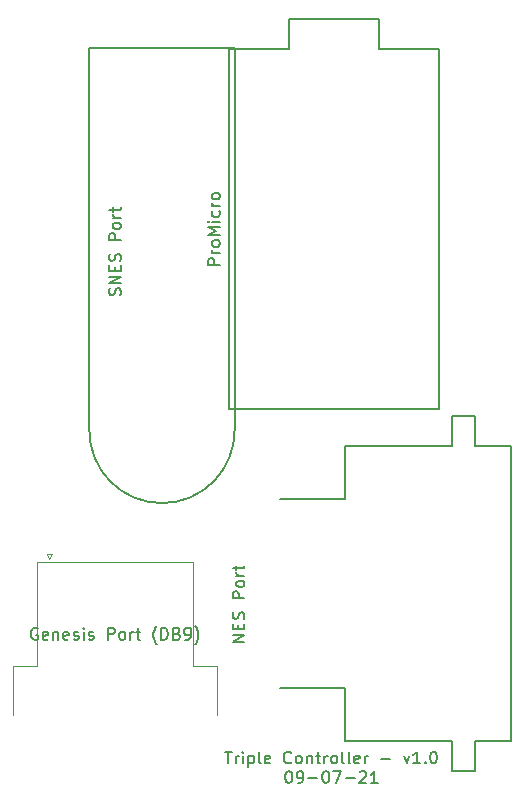
<source format=gbr>
%TF.GenerationSoftware,KiCad,Pcbnew,(5.1.10-1-10_14)*%
%TF.CreationDate,2021-09-07T21:23:44-04:00*%
%TF.ProjectId,Triple Controller,54726970-6c65-4204-936f-6e74726f6c6c,rev?*%
%TF.SameCoordinates,Original*%
%TF.FileFunction,Legend,Top*%
%TF.FilePolarity,Positive*%
%FSLAX46Y46*%
G04 Gerber Fmt 4.6, Leading zero omitted, Abs format (unit mm)*
G04 Created by KiCad (PCBNEW (5.1.10-1-10_14)) date 2021-09-07 21:23:44*
%MOMM*%
%LPD*%
G01*
G04 APERTURE LIST*
%ADD10C,0.150000*%
%ADD11C,0.120000*%
G04 APERTURE END LIST*
D10*
X148202190Y-88035380D02*
X148773619Y-88035380D01*
X148487904Y-89035380D02*
X148487904Y-88035380D01*
X149106952Y-89035380D02*
X149106952Y-88368714D01*
X149106952Y-88559190D02*
X149154571Y-88463952D01*
X149202190Y-88416333D01*
X149297428Y-88368714D01*
X149392666Y-88368714D01*
X149726000Y-89035380D02*
X149726000Y-88368714D01*
X149726000Y-88035380D02*
X149678380Y-88083000D01*
X149726000Y-88130619D01*
X149773619Y-88083000D01*
X149726000Y-88035380D01*
X149726000Y-88130619D01*
X150202190Y-88368714D02*
X150202190Y-89368714D01*
X150202190Y-88416333D02*
X150297428Y-88368714D01*
X150487904Y-88368714D01*
X150583142Y-88416333D01*
X150630761Y-88463952D01*
X150678380Y-88559190D01*
X150678380Y-88844904D01*
X150630761Y-88940142D01*
X150583142Y-88987761D01*
X150487904Y-89035380D01*
X150297428Y-89035380D01*
X150202190Y-88987761D01*
X151249809Y-89035380D02*
X151154571Y-88987761D01*
X151106952Y-88892523D01*
X151106952Y-88035380D01*
X152011714Y-88987761D02*
X151916476Y-89035380D01*
X151726000Y-89035380D01*
X151630761Y-88987761D01*
X151583142Y-88892523D01*
X151583142Y-88511571D01*
X151630761Y-88416333D01*
X151726000Y-88368714D01*
X151916476Y-88368714D01*
X152011714Y-88416333D01*
X152059333Y-88511571D01*
X152059333Y-88606809D01*
X151583142Y-88702047D01*
X153821238Y-88940142D02*
X153773619Y-88987761D01*
X153630761Y-89035380D01*
X153535523Y-89035380D01*
X153392666Y-88987761D01*
X153297428Y-88892523D01*
X153249809Y-88797285D01*
X153202190Y-88606809D01*
X153202190Y-88463952D01*
X153249809Y-88273476D01*
X153297428Y-88178238D01*
X153392666Y-88083000D01*
X153535523Y-88035380D01*
X153630761Y-88035380D01*
X153773619Y-88083000D01*
X153821238Y-88130619D01*
X154392666Y-89035380D02*
X154297428Y-88987761D01*
X154249809Y-88940142D01*
X154202190Y-88844904D01*
X154202190Y-88559190D01*
X154249809Y-88463952D01*
X154297428Y-88416333D01*
X154392666Y-88368714D01*
X154535523Y-88368714D01*
X154630761Y-88416333D01*
X154678380Y-88463952D01*
X154726000Y-88559190D01*
X154726000Y-88844904D01*
X154678380Y-88940142D01*
X154630761Y-88987761D01*
X154535523Y-89035380D01*
X154392666Y-89035380D01*
X155154571Y-88368714D02*
X155154571Y-89035380D01*
X155154571Y-88463952D02*
X155202190Y-88416333D01*
X155297428Y-88368714D01*
X155440285Y-88368714D01*
X155535523Y-88416333D01*
X155583142Y-88511571D01*
X155583142Y-89035380D01*
X155916476Y-88368714D02*
X156297428Y-88368714D01*
X156059333Y-88035380D02*
X156059333Y-88892523D01*
X156106952Y-88987761D01*
X156202190Y-89035380D01*
X156297428Y-89035380D01*
X156630761Y-89035380D02*
X156630761Y-88368714D01*
X156630761Y-88559190D02*
X156678380Y-88463952D01*
X156726000Y-88416333D01*
X156821238Y-88368714D01*
X156916476Y-88368714D01*
X157392666Y-89035380D02*
X157297428Y-88987761D01*
X157249809Y-88940142D01*
X157202190Y-88844904D01*
X157202190Y-88559190D01*
X157249809Y-88463952D01*
X157297428Y-88416333D01*
X157392666Y-88368714D01*
X157535523Y-88368714D01*
X157630761Y-88416333D01*
X157678380Y-88463952D01*
X157726000Y-88559190D01*
X157726000Y-88844904D01*
X157678380Y-88940142D01*
X157630761Y-88987761D01*
X157535523Y-89035380D01*
X157392666Y-89035380D01*
X158297428Y-89035380D02*
X158202190Y-88987761D01*
X158154571Y-88892523D01*
X158154571Y-88035380D01*
X158821238Y-89035380D02*
X158726000Y-88987761D01*
X158678380Y-88892523D01*
X158678380Y-88035380D01*
X159583142Y-88987761D02*
X159487904Y-89035380D01*
X159297428Y-89035380D01*
X159202190Y-88987761D01*
X159154571Y-88892523D01*
X159154571Y-88511571D01*
X159202190Y-88416333D01*
X159297428Y-88368714D01*
X159487904Y-88368714D01*
X159583142Y-88416333D01*
X159630761Y-88511571D01*
X159630761Y-88606809D01*
X159154571Y-88702047D01*
X160059333Y-89035380D02*
X160059333Y-88368714D01*
X160059333Y-88559190D02*
X160106952Y-88463952D01*
X160154571Y-88416333D01*
X160249809Y-88368714D01*
X160345047Y-88368714D01*
X161440285Y-88654428D02*
X162202190Y-88654428D01*
X163345047Y-88368714D02*
X163583142Y-89035380D01*
X163821238Y-88368714D01*
X164726000Y-89035380D02*
X164154571Y-89035380D01*
X164440285Y-89035380D02*
X164440285Y-88035380D01*
X164345047Y-88178238D01*
X164249809Y-88273476D01*
X164154571Y-88321095D01*
X165154571Y-88940142D02*
X165202190Y-88987761D01*
X165154571Y-89035380D01*
X165106952Y-88987761D01*
X165154571Y-88940142D01*
X165154571Y-89035380D01*
X165821238Y-88035380D02*
X165916476Y-88035380D01*
X166011714Y-88083000D01*
X166059333Y-88130619D01*
X166106952Y-88225857D01*
X166154571Y-88416333D01*
X166154571Y-88654428D01*
X166106952Y-88844904D01*
X166059333Y-88940142D01*
X166011714Y-88987761D01*
X165916476Y-89035380D01*
X165821238Y-89035380D01*
X165726000Y-88987761D01*
X165678380Y-88940142D01*
X165630761Y-88844904D01*
X165583142Y-88654428D01*
X165583142Y-88416333D01*
X165630761Y-88225857D01*
X165678380Y-88130619D01*
X165726000Y-88083000D01*
X165821238Y-88035380D01*
X153559333Y-89685380D02*
X153654571Y-89685380D01*
X153749809Y-89733000D01*
X153797428Y-89780619D01*
X153845047Y-89875857D01*
X153892666Y-90066333D01*
X153892666Y-90304428D01*
X153845047Y-90494904D01*
X153797428Y-90590142D01*
X153749809Y-90637761D01*
X153654571Y-90685380D01*
X153559333Y-90685380D01*
X153464095Y-90637761D01*
X153416476Y-90590142D01*
X153368857Y-90494904D01*
X153321238Y-90304428D01*
X153321238Y-90066333D01*
X153368857Y-89875857D01*
X153416476Y-89780619D01*
X153464095Y-89733000D01*
X153559333Y-89685380D01*
X154368857Y-90685380D02*
X154559333Y-90685380D01*
X154654571Y-90637761D01*
X154702190Y-90590142D01*
X154797428Y-90447285D01*
X154845047Y-90256809D01*
X154845047Y-89875857D01*
X154797428Y-89780619D01*
X154749809Y-89733000D01*
X154654571Y-89685380D01*
X154464095Y-89685380D01*
X154368857Y-89733000D01*
X154321238Y-89780619D01*
X154273619Y-89875857D01*
X154273619Y-90113952D01*
X154321238Y-90209190D01*
X154368857Y-90256809D01*
X154464095Y-90304428D01*
X154654571Y-90304428D01*
X154749809Y-90256809D01*
X154797428Y-90209190D01*
X154845047Y-90113952D01*
X155273619Y-90304428D02*
X156035523Y-90304428D01*
X156702190Y-89685380D02*
X156797428Y-89685380D01*
X156892666Y-89733000D01*
X156940285Y-89780619D01*
X156987904Y-89875857D01*
X157035523Y-90066333D01*
X157035523Y-90304428D01*
X156987904Y-90494904D01*
X156940285Y-90590142D01*
X156892666Y-90637761D01*
X156797428Y-90685380D01*
X156702190Y-90685380D01*
X156606952Y-90637761D01*
X156559333Y-90590142D01*
X156511714Y-90494904D01*
X156464095Y-90304428D01*
X156464095Y-90066333D01*
X156511714Y-89875857D01*
X156559333Y-89780619D01*
X156606952Y-89733000D01*
X156702190Y-89685380D01*
X157368857Y-89685380D02*
X158035523Y-89685380D01*
X157606952Y-90685380D01*
X158416476Y-90304428D02*
X159178380Y-90304428D01*
X159606952Y-89780619D02*
X159654571Y-89733000D01*
X159749809Y-89685380D01*
X159987904Y-89685380D01*
X160083142Y-89733000D01*
X160130761Y-89780619D01*
X160178380Y-89875857D01*
X160178380Y-89971095D01*
X160130761Y-90113952D01*
X159559333Y-90685380D01*
X160178380Y-90685380D01*
X161130761Y-90685380D02*
X160559333Y-90685380D01*
X160845047Y-90685380D02*
X160845047Y-89685380D01*
X160749809Y-89828238D01*
X160654571Y-89923476D01*
X160559333Y-89971095D01*
%TO.C,J2*%
X136725000Y-28490000D02*
X149025000Y-28490000D01*
X149025000Y-28490000D02*
X149025000Y-60790000D01*
X136725000Y-28490000D02*
X136725000Y-60790000D01*
X142875000Y-66990203D02*
G75*
G03*
X149025000Y-60790000I0J6150203D01*
G01*
X136725203Y-60790002D02*
G75*
G03*
X142875000Y-66990000I6149797J-49998D01*
G01*
%TO.C,U1*%
X148590000Y-28575000D02*
X148590000Y-59055000D01*
X148590000Y-28575000D02*
X153670000Y-28575000D01*
X153670000Y-28575000D02*
X153670000Y-26035000D01*
X153670000Y-26035000D02*
X161290000Y-26035000D01*
X161290000Y-26035000D02*
X161290000Y-28575000D01*
X161290000Y-28575000D02*
X166370000Y-28575000D01*
X166370000Y-28575000D02*
X166370000Y-59055000D01*
X166370000Y-59055000D02*
X148590000Y-59055000D01*
%TO.C,J1*%
X152900000Y-82645000D02*
X158400000Y-82645000D01*
X158400000Y-82645000D02*
X158400000Y-87145000D01*
X158400000Y-87145000D02*
X167400000Y-87145000D01*
X167400000Y-87145000D02*
X167400000Y-89645000D01*
X167400000Y-89645000D02*
X169400000Y-89645000D01*
X169400000Y-89645000D02*
X169400000Y-87145000D01*
X169400000Y-87145000D02*
X172400000Y-87145000D01*
X172400000Y-87145000D02*
X172400000Y-62145000D01*
X172400000Y-62145000D02*
X169400000Y-62145000D01*
X169400000Y-62145000D02*
X169400000Y-59645000D01*
X169400000Y-59645000D02*
X167400000Y-59645000D01*
X167400000Y-59645000D02*
X167400000Y-62145000D01*
X167400000Y-62145000D02*
X158400000Y-62145000D01*
X158400000Y-62145000D02*
X158400000Y-66645000D01*
X158400000Y-66645000D02*
X152900000Y-66645000D01*
D11*
%TO.C,J3*%
X130280000Y-84905000D02*
X130280000Y-80805000D01*
X130280000Y-80805000D02*
X132290000Y-80805000D01*
X132290000Y-80805000D02*
X132290000Y-71965000D01*
X132290000Y-71965000D02*
X145490000Y-71965000D01*
X145490000Y-71965000D02*
X145490000Y-80805000D01*
X145490000Y-80805000D02*
X147500000Y-80805000D01*
X147500000Y-80805000D02*
X147500000Y-84905000D01*
X133100000Y-71270662D02*
X133600000Y-71270662D01*
X133600000Y-71270662D02*
X133350000Y-71703675D01*
X133350000Y-71703675D02*
X133100000Y-71270662D01*
%TO.C,J2*%
D10*
X139342761Y-49386666D02*
X139390380Y-49243809D01*
X139390380Y-49005714D01*
X139342761Y-48910476D01*
X139295142Y-48862857D01*
X139199904Y-48815238D01*
X139104666Y-48815238D01*
X139009428Y-48862857D01*
X138961809Y-48910476D01*
X138914190Y-49005714D01*
X138866571Y-49196190D01*
X138818952Y-49291428D01*
X138771333Y-49339047D01*
X138676095Y-49386666D01*
X138580857Y-49386666D01*
X138485619Y-49339047D01*
X138438000Y-49291428D01*
X138390380Y-49196190D01*
X138390380Y-48958095D01*
X138438000Y-48815238D01*
X139390380Y-48386666D02*
X138390380Y-48386666D01*
X139390380Y-47815238D01*
X138390380Y-47815238D01*
X138866571Y-47339047D02*
X138866571Y-47005714D01*
X139390380Y-46862857D02*
X139390380Y-47339047D01*
X138390380Y-47339047D01*
X138390380Y-46862857D01*
X139342761Y-46481904D02*
X139390380Y-46339047D01*
X139390380Y-46100952D01*
X139342761Y-46005714D01*
X139295142Y-45958095D01*
X139199904Y-45910476D01*
X139104666Y-45910476D01*
X139009428Y-45958095D01*
X138961809Y-46005714D01*
X138914190Y-46100952D01*
X138866571Y-46291428D01*
X138818952Y-46386666D01*
X138771333Y-46434285D01*
X138676095Y-46481904D01*
X138580857Y-46481904D01*
X138485619Y-46434285D01*
X138438000Y-46386666D01*
X138390380Y-46291428D01*
X138390380Y-46053333D01*
X138438000Y-45910476D01*
X139390380Y-44720000D02*
X138390380Y-44720000D01*
X138390380Y-44339047D01*
X138438000Y-44243809D01*
X138485619Y-44196190D01*
X138580857Y-44148571D01*
X138723714Y-44148571D01*
X138818952Y-44196190D01*
X138866571Y-44243809D01*
X138914190Y-44339047D01*
X138914190Y-44720000D01*
X139390380Y-43577142D02*
X139342761Y-43672380D01*
X139295142Y-43720000D01*
X139199904Y-43767619D01*
X138914190Y-43767619D01*
X138818952Y-43720000D01*
X138771333Y-43672380D01*
X138723714Y-43577142D01*
X138723714Y-43434285D01*
X138771333Y-43339047D01*
X138818952Y-43291428D01*
X138914190Y-43243809D01*
X139199904Y-43243809D01*
X139295142Y-43291428D01*
X139342761Y-43339047D01*
X139390380Y-43434285D01*
X139390380Y-43577142D01*
X139390380Y-42815238D02*
X138723714Y-42815238D01*
X138914190Y-42815238D02*
X138818952Y-42767619D01*
X138771333Y-42720000D01*
X138723714Y-42624761D01*
X138723714Y-42529523D01*
X138723714Y-42339047D02*
X138723714Y-41958095D01*
X138390380Y-42196190D02*
X139247523Y-42196190D01*
X139342761Y-42148571D01*
X139390380Y-42053333D01*
X139390380Y-41958095D01*
%TO.C,U1*%
X147772380Y-46838809D02*
X146772380Y-46838809D01*
X146772380Y-46457857D01*
X146820000Y-46362619D01*
X146867619Y-46315000D01*
X146962857Y-46267380D01*
X147105714Y-46267380D01*
X147200952Y-46315000D01*
X147248571Y-46362619D01*
X147296190Y-46457857D01*
X147296190Y-46838809D01*
X147772380Y-45838809D02*
X147105714Y-45838809D01*
X147296190Y-45838809D02*
X147200952Y-45791190D01*
X147153333Y-45743571D01*
X147105714Y-45648333D01*
X147105714Y-45553095D01*
X147772380Y-45076904D02*
X147724761Y-45172142D01*
X147677142Y-45219761D01*
X147581904Y-45267380D01*
X147296190Y-45267380D01*
X147200952Y-45219761D01*
X147153333Y-45172142D01*
X147105714Y-45076904D01*
X147105714Y-44934047D01*
X147153333Y-44838809D01*
X147200952Y-44791190D01*
X147296190Y-44743571D01*
X147581904Y-44743571D01*
X147677142Y-44791190D01*
X147724761Y-44838809D01*
X147772380Y-44934047D01*
X147772380Y-45076904D01*
X147772380Y-44315000D02*
X146772380Y-44315000D01*
X147486666Y-43981666D01*
X146772380Y-43648333D01*
X147772380Y-43648333D01*
X147772380Y-43172142D02*
X147105714Y-43172142D01*
X146772380Y-43172142D02*
X146820000Y-43219761D01*
X146867619Y-43172142D01*
X146820000Y-43124523D01*
X146772380Y-43172142D01*
X146867619Y-43172142D01*
X147724761Y-42267380D02*
X147772380Y-42362619D01*
X147772380Y-42553095D01*
X147724761Y-42648333D01*
X147677142Y-42695952D01*
X147581904Y-42743571D01*
X147296190Y-42743571D01*
X147200952Y-42695952D01*
X147153333Y-42648333D01*
X147105714Y-42553095D01*
X147105714Y-42362619D01*
X147153333Y-42267380D01*
X147772380Y-41838809D02*
X147105714Y-41838809D01*
X147296190Y-41838809D02*
X147200952Y-41791190D01*
X147153333Y-41743571D01*
X147105714Y-41648333D01*
X147105714Y-41553095D01*
X147772380Y-41076904D02*
X147724761Y-41172142D01*
X147677142Y-41219761D01*
X147581904Y-41267380D01*
X147296190Y-41267380D01*
X147200952Y-41219761D01*
X147153333Y-41172142D01*
X147105714Y-41076904D01*
X147105714Y-40934047D01*
X147153333Y-40838809D01*
X147200952Y-40791190D01*
X147296190Y-40743571D01*
X147581904Y-40743571D01*
X147677142Y-40791190D01*
X147724761Y-40838809D01*
X147772380Y-40934047D01*
X147772380Y-41076904D01*
%TO.C,J1*%
X149852380Y-78707857D02*
X148852380Y-78707857D01*
X149852380Y-78136428D01*
X148852380Y-78136428D01*
X149328571Y-77660238D02*
X149328571Y-77326904D01*
X149852380Y-77184047D02*
X149852380Y-77660238D01*
X148852380Y-77660238D01*
X148852380Y-77184047D01*
X149804761Y-76803095D02*
X149852380Y-76660238D01*
X149852380Y-76422142D01*
X149804761Y-76326904D01*
X149757142Y-76279285D01*
X149661904Y-76231666D01*
X149566666Y-76231666D01*
X149471428Y-76279285D01*
X149423809Y-76326904D01*
X149376190Y-76422142D01*
X149328571Y-76612619D01*
X149280952Y-76707857D01*
X149233333Y-76755476D01*
X149138095Y-76803095D01*
X149042857Y-76803095D01*
X148947619Y-76755476D01*
X148900000Y-76707857D01*
X148852380Y-76612619D01*
X148852380Y-76374523D01*
X148900000Y-76231666D01*
X149852380Y-75041190D02*
X148852380Y-75041190D01*
X148852380Y-74660238D01*
X148900000Y-74565000D01*
X148947619Y-74517380D01*
X149042857Y-74469761D01*
X149185714Y-74469761D01*
X149280952Y-74517380D01*
X149328571Y-74565000D01*
X149376190Y-74660238D01*
X149376190Y-75041190D01*
X149852380Y-73898333D02*
X149804761Y-73993571D01*
X149757142Y-74041190D01*
X149661904Y-74088809D01*
X149376190Y-74088809D01*
X149280952Y-74041190D01*
X149233333Y-73993571D01*
X149185714Y-73898333D01*
X149185714Y-73755476D01*
X149233333Y-73660238D01*
X149280952Y-73612619D01*
X149376190Y-73565000D01*
X149661904Y-73565000D01*
X149757142Y-73612619D01*
X149804761Y-73660238D01*
X149852380Y-73755476D01*
X149852380Y-73898333D01*
X149852380Y-73136428D02*
X149185714Y-73136428D01*
X149376190Y-73136428D02*
X149280952Y-73088809D01*
X149233333Y-73041190D01*
X149185714Y-72945952D01*
X149185714Y-72850714D01*
X149185714Y-72660238D02*
X149185714Y-72279285D01*
X148852380Y-72517380D02*
X149709523Y-72517380D01*
X149804761Y-72469761D01*
X149852380Y-72374523D01*
X149852380Y-72279285D01*
%TO.C,J3*%
X132342380Y-77605000D02*
X132247142Y-77557380D01*
X132104285Y-77557380D01*
X131961428Y-77605000D01*
X131866190Y-77700238D01*
X131818571Y-77795476D01*
X131770952Y-77985952D01*
X131770952Y-78128809D01*
X131818571Y-78319285D01*
X131866190Y-78414523D01*
X131961428Y-78509761D01*
X132104285Y-78557380D01*
X132199523Y-78557380D01*
X132342380Y-78509761D01*
X132390000Y-78462142D01*
X132390000Y-78128809D01*
X132199523Y-78128809D01*
X133199523Y-78509761D02*
X133104285Y-78557380D01*
X132913809Y-78557380D01*
X132818571Y-78509761D01*
X132770952Y-78414523D01*
X132770952Y-78033571D01*
X132818571Y-77938333D01*
X132913809Y-77890714D01*
X133104285Y-77890714D01*
X133199523Y-77938333D01*
X133247142Y-78033571D01*
X133247142Y-78128809D01*
X132770952Y-78224047D01*
X133675714Y-77890714D02*
X133675714Y-78557380D01*
X133675714Y-77985952D02*
X133723333Y-77938333D01*
X133818571Y-77890714D01*
X133961428Y-77890714D01*
X134056666Y-77938333D01*
X134104285Y-78033571D01*
X134104285Y-78557380D01*
X134961428Y-78509761D02*
X134866190Y-78557380D01*
X134675714Y-78557380D01*
X134580476Y-78509761D01*
X134532857Y-78414523D01*
X134532857Y-78033571D01*
X134580476Y-77938333D01*
X134675714Y-77890714D01*
X134866190Y-77890714D01*
X134961428Y-77938333D01*
X135009047Y-78033571D01*
X135009047Y-78128809D01*
X134532857Y-78224047D01*
X135390000Y-78509761D02*
X135485238Y-78557380D01*
X135675714Y-78557380D01*
X135770952Y-78509761D01*
X135818571Y-78414523D01*
X135818571Y-78366904D01*
X135770952Y-78271666D01*
X135675714Y-78224047D01*
X135532857Y-78224047D01*
X135437619Y-78176428D01*
X135390000Y-78081190D01*
X135390000Y-78033571D01*
X135437619Y-77938333D01*
X135532857Y-77890714D01*
X135675714Y-77890714D01*
X135770952Y-77938333D01*
X136247142Y-78557380D02*
X136247142Y-77890714D01*
X136247142Y-77557380D02*
X136199523Y-77605000D01*
X136247142Y-77652619D01*
X136294761Y-77605000D01*
X136247142Y-77557380D01*
X136247142Y-77652619D01*
X136675714Y-78509761D02*
X136770952Y-78557380D01*
X136961428Y-78557380D01*
X137056666Y-78509761D01*
X137104285Y-78414523D01*
X137104285Y-78366904D01*
X137056666Y-78271666D01*
X136961428Y-78224047D01*
X136818571Y-78224047D01*
X136723333Y-78176428D01*
X136675714Y-78081190D01*
X136675714Y-78033571D01*
X136723333Y-77938333D01*
X136818571Y-77890714D01*
X136961428Y-77890714D01*
X137056666Y-77938333D01*
X138294761Y-78557380D02*
X138294761Y-77557380D01*
X138675714Y-77557380D01*
X138770952Y-77605000D01*
X138818571Y-77652619D01*
X138866190Y-77747857D01*
X138866190Y-77890714D01*
X138818571Y-77985952D01*
X138770952Y-78033571D01*
X138675714Y-78081190D01*
X138294761Y-78081190D01*
X139437619Y-78557380D02*
X139342380Y-78509761D01*
X139294761Y-78462142D01*
X139247142Y-78366904D01*
X139247142Y-78081190D01*
X139294761Y-77985952D01*
X139342380Y-77938333D01*
X139437619Y-77890714D01*
X139580476Y-77890714D01*
X139675714Y-77938333D01*
X139723333Y-77985952D01*
X139770952Y-78081190D01*
X139770952Y-78366904D01*
X139723333Y-78462142D01*
X139675714Y-78509761D01*
X139580476Y-78557380D01*
X139437619Y-78557380D01*
X140199523Y-78557380D02*
X140199523Y-77890714D01*
X140199523Y-78081190D02*
X140247142Y-77985952D01*
X140294761Y-77938333D01*
X140390000Y-77890714D01*
X140485238Y-77890714D01*
X140675714Y-77890714D02*
X141056666Y-77890714D01*
X140818571Y-77557380D02*
X140818571Y-78414523D01*
X140866190Y-78509761D01*
X140961428Y-78557380D01*
X141056666Y-78557380D01*
X142437619Y-78938333D02*
X142390000Y-78890714D01*
X142294761Y-78747857D01*
X142247142Y-78652619D01*
X142199523Y-78509761D01*
X142151904Y-78271666D01*
X142151904Y-78081190D01*
X142199523Y-77843095D01*
X142247142Y-77700238D01*
X142294761Y-77605000D01*
X142390000Y-77462142D01*
X142437619Y-77414523D01*
X142818571Y-78557380D02*
X142818571Y-77557380D01*
X143056666Y-77557380D01*
X143199523Y-77605000D01*
X143294761Y-77700238D01*
X143342380Y-77795476D01*
X143390000Y-77985952D01*
X143390000Y-78128809D01*
X143342380Y-78319285D01*
X143294761Y-78414523D01*
X143199523Y-78509761D01*
X143056666Y-78557380D01*
X142818571Y-78557380D01*
X144151904Y-78033571D02*
X144294761Y-78081190D01*
X144342380Y-78128809D01*
X144390000Y-78224047D01*
X144390000Y-78366904D01*
X144342380Y-78462142D01*
X144294761Y-78509761D01*
X144199523Y-78557380D01*
X143818571Y-78557380D01*
X143818571Y-77557380D01*
X144151904Y-77557380D01*
X144247142Y-77605000D01*
X144294761Y-77652619D01*
X144342380Y-77747857D01*
X144342380Y-77843095D01*
X144294761Y-77938333D01*
X144247142Y-77985952D01*
X144151904Y-78033571D01*
X143818571Y-78033571D01*
X144866190Y-78557380D02*
X145056666Y-78557380D01*
X145151904Y-78509761D01*
X145199523Y-78462142D01*
X145294761Y-78319285D01*
X145342380Y-78128809D01*
X145342380Y-77747857D01*
X145294761Y-77652619D01*
X145247142Y-77605000D01*
X145151904Y-77557380D01*
X144961428Y-77557380D01*
X144866190Y-77605000D01*
X144818571Y-77652619D01*
X144770952Y-77747857D01*
X144770952Y-77985952D01*
X144818571Y-78081190D01*
X144866190Y-78128809D01*
X144961428Y-78176428D01*
X145151904Y-78176428D01*
X145247142Y-78128809D01*
X145294761Y-78081190D01*
X145342380Y-77985952D01*
X145675714Y-78938333D02*
X145723333Y-78890714D01*
X145818571Y-78747857D01*
X145866190Y-78652619D01*
X145913809Y-78509761D01*
X145961428Y-78271666D01*
X145961428Y-78081190D01*
X145913809Y-77843095D01*
X145866190Y-77700238D01*
X145818571Y-77605000D01*
X145723333Y-77462142D01*
X145675714Y-77414523D01*
%TD*%
M02*

</source>
